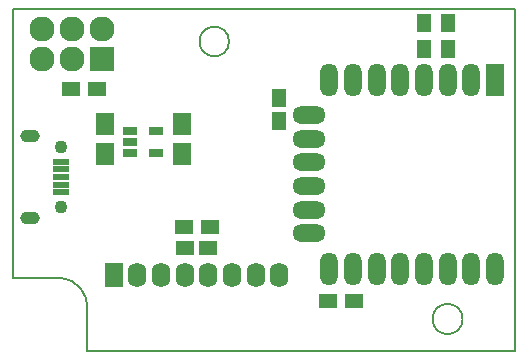
<source format=gts>
G04 #@! TF.FileFunction,Soldermask,Top*
%FSLAX46Y46*%
G04 Gerber Fmt 4.6, Leading zero omitted, Abs format (unit mm)*
G04 Created by KiCad (PCBNEW (2016-01-28 BZR 6518)-product) date Saturday, May 07, 2016 'PMt' 06:41:03 PM*
%MOMM*%
G01*
G04 APERTURE LIST*
%ADD10C,0.100000*%
%ADD11C,0.500000*%
%ADD12C,0.150000*%
%ADD13R,1.650000X1.900000*%
%ADD14R,1.150000X1.600000*%
%ADD15R,1.600000X1.150000*%
%ADD16O,2.800000X1.500000*%
%ADD17R,1.500000X2.800000*%
%ADD18O,1.500000X2.800000*%
%ADD19R,1.160000X0.750000*%
%ADD20R,1.450000X0.500000*%
%ADD21C,1.100000*%
%ADD22O,1.650000X1.100000*%
%ADD23R,2.127200X2.127200*%
%ADD24O,2.127200X2.127200*%
%ADD25R,1.600000X1.300000*%
%ADD26R,1.300000X1.600000*%
%ADD27R,1.598880X2.099260*%
%ADD28O,1.598880X2.099260*%
G04 APERTURE END LIST*
D10*
D11*
X100975000Y-67750000D02*
X101800000Y-67750000D01*
D12*
X101775000Y-60575000D02*
X101775000Y-60550000D01*
D11*
X100950000Y-60750000D02*
X101775000Y-60750000D01*
D12*
X101875000Y-60775000D02*
X101875000Y-60700000D01*
X100800000Y-60900000D02*
X100800000Y-60700000D01*
X101900000Y-60600000D02*
X101900000Y-60900000D01*
X142500000Y-79000000D02*
X106250000Y-79000000D01*
X100000000Y-50000000D02*
X142250000Y-50000000D01*
X142500000Y-50000000D02*
X100000000Y-50000000D01*
X142500000Y-50500000D02*
X142500000Y-50000000D01*
X138024755Y-76250000D02*
G75*
G03X138024755Y-76250000I-1274755J0D01*
G01*
X118250000Y-52750000D02*
G75*
G03X118250000Y-52750000I-1250000J0D01*
G01*
X100000000Y-72750000D02*
X100250000Y-72750000D01*
X100000000Y-50000000D02*
X100000000Y-72750000D01*
X106250000Y-75500000D02*
X106250000Y-79000000D01*
X100000000Y-72750000D02*
X102750000Y-72750000D01*
X104000000Y-72750000D02*
X100000000Y-72750000D01*
X106250000Y-75500000D02*
G75*
G03X104000000Y-72750000I-2500000J250000D01*
G01*
X100000000Y-50500000D02*
X100000000Y-50000000D01*
X142500000Y-79000000D02*
X142500000Y-50500000D01*
D13*
X107750000Y-62250000D03*
X107750000Y-59750000D03*
X114250000Y-62250000D03*
X114250000Y-59750000D03*
D14*
X122500000Y-59450000D03*
X122500000Y-57550000D03*
D15*
X116450000Y-70250000D03*
X114550000Y-70250000D03*
D16*
X125000000Y-58990000D03*
X125000000Y-60990000D03*
X125000000Y-62990000D03*
X125000000Y-64990000D03*
X125000000Y-66990000D03*
X125000000Y-68990000D03*
D17*
X140750000Y-56000000D03*
D18*
X138750000Y-56000000D03*
X136750000Y-56000000D03*
X134750000Y-56000000D03*
X132750000Y-56000000D03*
X130750000Y-56000000D03*
X128750000Y-56000000D03*
X126750000Y-56000000D03*
X126750000Y-72000000D03*
X128750000Y-72000000D03*
X130750000Y-72000000D03*
X132750000Y-72000000D03*
X134750000Y-72000000D03*
X136750000Y-72000000D03*
X138750000Y-72000000D03*
X140750000Y-72000000D03*
D19*
X109900000Y-60300000D03*
X109900000Y-61250000D03*
X109900000Y-62200000D03*
X112100000Y-62200000D03*
X112100000Y-60300000D03*
D20*
X104062540Y-62924100D03*
X104062540Y-63574100D03*
X104062540Y-64224100D03*
X104062540Y-64874100D03*
X104062540Y-65524100D03*
D21*
X104062540Y-61724100D03*
X104062540Y-66724100D03*
D22*
X101362540Y-60724100D03*
X101362540Y-67724100D03*
D23*
X107500000Y-54250000D03*
D24*
X107500000Y-51710000D03*
X104960000Y-54250000D03*
X104960000Y-51710000D03*
X102420000Y-54250000D03*
X102420000Y-51710000D03*
D25*
X107100000Y-56750000D03*
X104900000Y-56750000D03*
D26*
X134750000Y-51150000D03*
X134750000Y-53350000D03*
D25*
X128850000Y-74750000D03*
X126650000Y-74750000D03*
D26*
X136750000Y-51150000D03*
X136750000Y-53350000D03*
D25*
X116600000Y-68500000D03*
X114400000Y-68500000D03*
D27*
X108499760Y-72500000D03*
D28*
X110498740Y-72500000D03*
X112500260Y-72500000D03*
X114499240Y-72500000D03*
X116500760Y-72500000D03*
X118499740Y-72500000D03*
X120501260Y-72500000D03*
X122500240Y-72500000D03*
M02*

</source>
